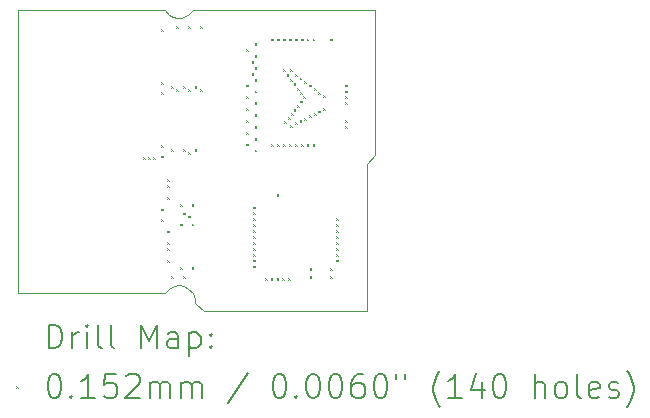
<source format=gbr>
%TF.GenerationSoftware,KiCad,Pcbnew,8.0.5*%
%TF.CreationDate,2025-10-23T09:57:47-05:00*%
%TF.ProjectId,iris-128s,69726973-2d31-4323-9873-2e6b69636164,1*%
%TF.SameCoordinates,Original*%
%TF.FileFunction,Drillmap*%
%TF.FilePolarity,Positive*%
%FSLAX45Y45*%
G04 Gerber Fmt 4.5, Leading zero omitted, Abs format (unit mm)*
G04 Created by KiCad (PCBNEW 8.0.5) date 2025-10-23 09:57:47*
%MOMM*%
%LPD*%
G01*
G04 APERTURE LIST*
%ADD10C,0.050000*%
%ADD11C,0.200000*%
%ADD12C,0.100000*%
G04 APERTURE END LIST*
D10*
X9550000Y-10400000D02*
X9550000Y-8000000D01*
X10990000Y-10360000D02*
X11030000Y-10400000D01*
X11000000Y-8035000D02*
X11030000Y-8000000D01*
X12570000Y-8000000D02*
X12570000Y-9230000D01*
X10790000Y-10400000D02*
X10830000Y-10360000D01*
X10895000Y-8070000D02*
X10930000Y-8070000D01*
X9550000Y-8000000D02*
X10790000Y-8000000D01*
X10830000Y-10360000D02*
X10870000Y-10340000D01*
X10790000Y-10400000D02*
X9550000Y-10400000D01*
X11030000Y-10400000D02*
X11050000Y-10450000D01*
X12100000Y-10550000D02*
X11120000Y-10550000D01*
X10790000Y-8000000D02*
X10825000Y-8040000D01*
X11050000Y-10450000D02*
X11050000Y-10480000D01*
X10950000Y-10340250D02*
X10990000Y-10360000D01*
X10970000Y-8055000D02*
X11000000Y-8035000D01*
X12500000Y-9300000D02*
X12500000Y-10550000D01*
X10910000Y-10330000D02*
X10950000Y-10340250D01*
X10930000Y-8070000D02*
X10970000Y-8055000D01*
X10825000Y-8040000D02*
X10860000Y-8060000D01*
X12570000Y-9230000D02*
X12500000Y-9300000D01*
X11120000Y-10550000D02*
X11050000Y-10480000D01*
X10870000Y-10340000D02*
X10910000Y-10330000D01*
X12500000Y-10550000D02*
X12100000Y-10550000D01*
X10860000Y-8060000D02*
X10895000Y-8070000D01*
X11030000Y-8000000D02*
X12570000Y-8000000D01*
D11*
D12*
X10609580Y-9248140D02*
X10624820Y-9263380D01*
X10624820Y-9248140D02*
X10609580Y-9263380D01*
X10650220Y-9248140D02*
X10665460Y-9263380D01*
X10665460Y-9248140D02*
X10650220Y-9263380D01*
X10690860Y-9248140D02*
X10706100Y-9263380D01*
X10706100Y-9248140D02*
X10690860Y-9263380D01*
X10761980Y-8162290D02*
X10777220Y-8177530D01*
X10777220Y-8162290D02*
X10761980Y-8177530D01*
X10761980Y-8611616D02*
X10777220Y-8626856D01*
X10777220Y-8611616D02*
X10761980Y-8626856D01*
X10762234Y-8696960D02*
X10777474Y-8712200D01*
X10777474Y-8696960D02*
X10762234Y-8712200D01*
X10762234Y-9146286D02*
X10777474Y-9161526D01*
X10777474Y-9146286D02*
X10762234Y-9161526D01*
X10762437Y-9233040D02*
X10777677Y-9248280D01*
X10777677Y-9233040D02*
X10762437Y-9248280D01*
X10762437Y-9682366D02*
X10777677Y-9697606D01*
X10777677Y-9682366D02*
X10762437Y-9697606D01*
X10762437Y-9768040D02*
X10777677Y-9783280D01*
X10777677Y-9768040D02*
X10762437Y-9783280D01*
X10808208Y-9432290D02*
X10823448Y-9447530D01*
X10823448Y-9432290D02*
X10808208Y-9447530D01*
X10808208Y-9482380D02*
X10823448Y-9497620D01*
X10823448Y-9482380D02*
X10808208Y-9497620D01*
X10808208Y-9582380D02*
X10823448Y-9597620D01*
X10823448Y-9582380D02*
X10808208Y-9597620D01*
X10808208Y-9867380D02*
X10823448Y-9882620D01*
X10823448Y-9867380D02*
X10808208Y-9882620D01*
X10808208Y-9967380D02*
X10823448Y-9982620D01*
X10823448Y-9967380D02*
X10808208Y-9982620D01*
X10808208Y-10017380D02*
X10823448Y-10032620D01*
X10823448Y-10017380D02*
X10808208Y-10032620D01*
X10808208Y-10117380D02*
X10823448Y-10132620D01*
X10823448Y-10117380D02*
X10808208Y-10132620D01*
X10844784Y-8644890D02*
X10860024Y-8660130D01*
X10860024Y-8644890D02*
X10844784Y-8660130D01*
X10845038Y-9179560D02*
X10860278Y-9194800D01*
X10860278Y-9179560D02*
X10845038Y-9194800D01*
X10845241Y-10250640D02*
X10860481Y-10265880D01*
X10860481Y-10250640D02*
X10845241Y-10265880D01*
X10887964Y-8134350D02*
X10903204Y-8149590D01*
X10903204Y-8134350D02*
X10887964Y-8149590D01*
X10888218Y-8669020D02*
X10903458Y-8684260D01*
X10903458Y-8669020D02*
X10888218Y-8684260D01*
X10918952Y-9641840D02*
X10934192Y-9657080D01*
X10934192Y-9641840D02*
X10918952Y-9657080D01*
X10918952Y-9808972D02*
X10934192Y-9824212D01*
X10934192Y-9808972D02*
X10918952Y-9824212D01*
X10918952Y-10177018D02*
X10934192Y-10192258D01*
X10934192Y-10177018D02*
X10918952Y-10192258D01*
X10943844Y-8644890D02*
X10959084Y-8660130D01*
X10959084Y-8644890D02*
X10943844Y-8660130D01*
X10944098Y-9179560D02*
X10959338Y-9194800D01*
X10959338Y-9179560D02*
X10944098Y-9194800D01*
X10944301Y-9715640D02*
X10959541Y-9730880D01*
X10959541Y-9715640D02*
X10944301Y-9730880D01*
X10944301Y-10250640D02*
X10959541Y-10265880D01*
X10959541Y-10250640D02*
X10944301Y-10265880D01*
X10987024Y-8134350D02*
X11002264Y-8149590D01*
X11002264Y-8134350D02*
X10987024Y-8149590D01*
X10987278Y-8669020D02*
X11002518Y-8684260D01*
X11002518Y-8669020D02*
X10987278Y-8684260D01*
X10987481Y-9205100D02*
X11002721Y-9220340D01*
X11002721Y-9205100D02*
X10987481Y-9220340D01*
X10987481Y-9740100D02*
X11002721Y-9755340D01*
X11002721Y-9740100D02*
X10987481Y-9755340D01*
X11018012Y-9641840D02*
X11033252Y-9657080D01*
X11033252Y-9641840D02*
X11018012Y-9657080D01*
X11018012Y-9808972D02*
X11033252Y-9824212D01*
X11033252Y-9808972D02*
X11018012Y-9824212D01*
X11018012Y-10177018D02*
X11033252Y-10192258D01*
X11033252Y-10177018D02*
X11018012Y-10192258D01*
X11042904Y-8644890D02*
X11058144Y-8660130D01*
X11058144Y-8644890D02*
X11042904Y-8660130D01*
X11043158Y-9179560D02*
X11058398Y-9194800D01*
X11058398Y-9179560D02*
X11043158Y-9194800D01*
X11088624Y-8134350D02*
X11103864Y-8149590D01*
X11103864Y-8134350D02*
X11088624Y-8149590D01*
X11088624Y-8669020D02*
X11103864Y-8684260D01*
X11103864Y-8669020D02*
X11088624Y-8684260D01*
X11482518Y-8332062D02*
X11497758Y-8347302D01*
X11497758Y-8332062D02*
X11482518Y-8347302D01*
X11482518Y-8632062D02*
X11497758Y-8647302D01*
X11497758Y-8632062D02*
X11482518Y-8647302D01*
X11482518Y-8732062D02*
X11497758Y-8747302D01*
X11497758Y-8732062D02*
X11482518Y-8747302D01*
X11482518Y-8832062D02*
X11497758Y-8847302D01*
X11497758Y-8832062D02*
X11482518Y-8847302D01*
X11482518Y-8932062D02*
X11497758Y-8947302D01*
X11497758Y-8932062D02*
X11482518Y-8947302D01*
X11482518Y-9032062D02*
X11497758Y-9047302D01*
X11497758Y-9032062D02*
X11482518Y-9047302D01*
X11482518Y-9132062D02*
X11497758Y-9147302D01*
X11497758Y-9132062D02*
X11482518Y-9147302D01*
X11527118Y-8432038D02*
X11542358Y-8447278D01*
X11542358Y-8432038D02*
X11527118Y-8447278D01*
X11527118Y-8532038D02*
X11542358Y-8547278D01*
X11542358Y-8532038D02*
X11527118Y-8547278D01*
X11539220Y-9664026D02*
X11554460Y-9679266D01*
X11554460Y-9664026D02*
X11539220Y-9679266D01*
X11539220Y-9714026D02*
X11554460Y-9729266D01*
X11554460Y-9714026D02*
X11539220Y-9729266D01*
X11539220Y-9764026D02*
X11554460Y-9779266D01*
X11554460Y-9764026D02*
X11539220Y-9779266D01*
X11539220Y-9814026D02*
X11554460Y-9829266D01*
X11554460Y-9814026D02*
X11539220Y-9829266D01*
X11539220Y-9864026D02*
X11554460Y-9879266D01*
X11554460Y-9864026D02*
X11539220Y-9879266D01*
X11539220Y-9914026D02*
X11554460Y-9929266D01*
X11554460Y-9914026D02*
X11539220Y-9929266D01*
X11539220Y-9964026D02*
X11554460Y-9979266D01*
X11554460Y-9964026D02*
X11539220Y-9979266D01*
X11539220Y-10014026D02*
X11554460Y-10029266D01*
X11554460Y-10014026D02*
X11539220Y-10029266D01*
X11539220Y-10064026D02*
X11554460Y-10079266D01*
X11554460Y-10064026D02*
X11539220Y-10079266D01*
X11539220Y-10114026D02*
X11554460Y-10129266D01*
X11554460Y-10114026D02*
X11539220Y-10129266D01*
X11539220Y-10163980D02*
X11554460Y-10179220D01*
X11554460Y-10163980D02*
X11539220Y-10179220D01*
X11552518Y-8282062D02*
X11567758Y-8297302D01*
X11567758Y-8282062D02*
X11552518Y-8297302D01*
X11552518Y-8382062D02*
X11567758Y-8397302D01*
X11567758Y-8382062D02*
X11552518Y-8397302D01*
X11552518Y-8482062D02*
X11567758Y-8497302D01*
X11567758Y-8482062D02*
X11552518Y-8497302D01*
X11552518Y-8582062D02*
X11567758Y-8597302D01*
X11567758Y-8582062D02*
X11552518Y-8597302D01*
X11552518Y-8682062D02*
X11567758Y-8697302D01*
X11567758Y-8682062D02*
X11552518Y-8697302D01*
X11552518Y-8782062D02*
X11567758Y-8797302D01*
X11567758Y-8782062D02*
X11552518Y-8797302D01*
X11552518Y-8882062D02*
X11567758Y-8897302D01*
X11567758Y-8882062D02*
X11552518Y-8897302D01*
X11552518Y-8982062D02*
X11567758Y-8997302D01*
X11567758Y-8982062D02*
X11552518Y-8997302D01*
X11552518Y-9082062D02*
X11567758Y-9097302D01*
X11567758Y-9082062D02*
X11552518Y-9097302D01*
X11552518Y-9182062D02*
X11567758Y-9197302D01*
X11567758Y-9182062D02*
X11552518Y-9197302D01*
X11637380Y-10270800D02*
X11652620Y-10286040D01*
X11652620Y-10270800D02*
X11637380Y-10286040D01*
X11687380Y-10270800D02*
X11702620Y-10286040D01*
X11702620Y-10270800D02*
X11687380Y-10286040D01*
X11692518Y-8242062D02*
X11707758Y-8257302D01*
X11707758Y-8242062D02*
X11692518Y-8257302D01*
X11692518Y-9132380D02*
X11707758Y-9147620D01*
X11707758Y-9132380D02*
X11692518Y-9147620D01*
X11737380Y-9557800D02*
X11752620Y-9573040D01*
X11752620Y-9557800D02*
X11737380Y-9573040D01*
X11737380Y-10270800D02*
X11752620Y-10286040D01*
X11752620Y-10270800D02*
X11737380Y-10286040D01*
X11742518Y-8242062D02*
X11757758Y-8257302D01*
X11757758Y-8242062D02*
X11742518Y-8257302D01*
X11742518Y-9132380D02*
X11757758Y-9147620D01*
X11757758Y-9132380D02*
X11742518Y-9147620D01*
X11787380Y-10270800D02*
X11802620Y-10286040D01*
X11802620Y-10270800D02*
X11787380Y-10286040D01*
X11792518Y-8242062D02*
X11807758Y-8257302D01*
X11807758Y-8242062D02*
X11792518Y-8257302D01*
X11792518Y-8502062D02*
X11807758Y-8517302D01*
X11807758Y-8502062D02*
X11792518Y-8517302D01*
X11792518Y-9132380D02*
X11807758Y-9147620D01*
X11807758Y-9132380D02*
X11792518Y-9147620D01*
X11802518Y-8944062D02*
X11817758Y-8959302D01*
X11817758Y-8944062D02*
X11802518Y-8959302D01*
X11822518Y-8542062D02*
X11837758Y-8557302D01*
X11837758Y-8542062D02*
X11822518Y-8557302D01*
X11832518Y-8909062D02*
X11847758Y-8924302D01*
X11847758Y-8909062D02*
X11832518Y-8924302D01*
X11837380Y-10270800D02*
X11852620Y-10286040D01*
X11852620Y-10270800D02*
X11837380Y-10286040D01*
X11842518Y-8242062D02*
X11857758Y-8257302D01*
X11857758Y-8242062D02*
X11842518Y-8257302D01*
X11842518Y-9132380D02*
X11857758Y-9147620D01*
X11857758Y-9132380D02*
X11842518Y-9147620D01*
X11852518Y-8502062D02*
X11867758Y-8517302D01*
X11867758Y-8502062D02*
X11852518Y-8517302D01*
X11852518Y-8582062D02*
X11867758Y-8597302D01*
X11867758Y-8582062D02*
X11852518Y-8597302D01*
X11852518Y-8972062D02*
X11867758Y-8987302D01*
X11867758Y-8972062D02*
X11852518Y-8987302D01*
X11862518Y-8874062D02*
X11877758Y-8889302D01*
X11877758Y-8874062D02*
X11862518Y-8889302D01*
X11882518Y-8622062D02*
X11897758Y-8637302D01*
X11897758Y-8622062D02*
X11882518Y-8637302D01*
X11882518Y-8839062D02*
X11897758Y-8854302D01*
X11897758Y-8839062D02*
X11882518Y-8854302D01*
X11892518Y-8242062D02*
X11907758Y-8257302D01*
X11907758Y-8242062D02*
X11892518Y-8257302D01*
X11892518Y-8542062D02*
X11907758Y-8557302D01*
X11907758Y-8542062D02*
X11892518Y-8557302D01*
X11892518Y-8952062D02*
X11907758Y-8967302D01*
X11907758Y-8952062D02*
X11892518Y-8967302D01*
X11892518Y-9132380D02*
X11907758Y-9147620D01*
X11907758Y-9132380D02*
X11892518Y-9147620D01*
X11912518Y-8662062D02*
X11927758Y-8677302D01*
X11927758Y-8662062D02*
X11912518Y-8677302D01*
X11912518Y-8802062D02*
X11927758Y-8817302D01*
X11927758Y-8802062D02*
X11912518Y-8817302D01*
X11932518Y-8572062D02*
X11947758Y-8587302D01*
X11947758Y-8572062D02*
X11932518Y-8587302D01*
X11932518Y-8932062D02*
X11947758Y-8947302D01*
X11947758Y-8932062D02*
X11932518Y-8947302D01*
X11937518Y-8697062D02*
X11952758Y-8712302D01*
X11952758Y-8697062D02*
X11937518Y-8712302D01*
X11937518Y-8767062D02*
X11952758Y-8782302D01*
X11952758Y-8767062D02*
X11937518Y-8782302D01*
X11942518Y-8242062D02*
X11957758Y-8257302D01*
X11957758Y-8242062D02*
X11942518Y-8257302D01*
X11942518Y-9132380D02*
X11957758Y-9147620D01*
X11957758Y-9132380D02*
X11942518Y-9147620D01*
X11962518Y-8732062D02*
X11977758Y-8747302D01*
X11977758Y-8732062D02*
X11962518Y-8747302D01*
X11972518Y-8602062D02*
X11987758Y-8617302D01*
X11987758Y-8602062D02*
X11972518Y-8617302D01*
X11972518Y-8912062D02*
X11987758Y-8927302D01*
X11987758Y-8912062D02*
X11972518Y-8927302D01*
X11992518Y-8242062D02*
X12007758Y-8257302D01*
X12007758Y-8242062D02*
X11992518Y-8257302D01*
X11992518Y-9132380D02*
X12007758Y-9147620D01*
X12007758Y-9132380D02*
X11992518Y-9147620D01*
X12012518Y-8632062D02*
X12027758Y-8647302D01*
X12027758Y-8632062D02*
X12012518Y-8647302D01*
X12012518Y-8892062D02*
X12027758Y-8907302D01*
X12027758Y-8892062D02*
X12012518Y-8907302D01*
X12017462Y-10188536D02*
X12032702Y-10203776D01*
X12032702Y-10188536D02*
X12017462Y-10203776D01*
X12017462Y-10252036D02*
X12032702Y-10267276D01*
X12032702Y-10252036D02*
X12017462Y-10267276D01*
X12042518Y-8242062D02*
X12057758Y-8257302D01*
X12057758Y-8242062D02*
X12042518Y-8257302D01*
X12042518Y-9132380D02*
X12057758Y-9147620D01*
X12057758Y-9132380D02*
X12042518Y-9147620D01*
X12052518Y-8662062D02*
X12067758Y-8677302D01*
X12067758Y-8662062D02*
X12052518Y-8677302D01*
X12052518Y-8872062D02*
X12067758Y-8887302D01*
X12067758Y-8872062D02*
X12052518Y-8887302D01*
X12092518Y-8692062D02*
X12107758Y-8707302D01*
X12107758Y-8692062D02*
X12092518Y-8707302D01*
X12092518Y-8852062D02*
X12107758Y-8867302D01*
X12107758Y-8852062D02*
X12092518Y-8867302D01*
X12132518Y-8722062D02*
X12147758Y-8737302D01*
X12147758Y-8722062D02*
X12132518Y-8737302D01*
X12132518Y-8832062D02*
X12147758Y-8847302D01*
X12147758Y-8832062D02*
X12132518Y-8847302D01*
X12187642Y-10188536D02*
X12202882Y-10203776D01*
X12202882Y-10188536D02*
X12187642Y-10203776D01*
X12187642Y-10252036D02*
X12202882Y-10267276D01*
X12202882Y-10252036D02*
X12187642Y-10267276D01*
X12192380Y-8242062D02*
X12207620Y-8257302D01*
X12207620Y-8242062D02*
X12192380Y-8257302D01*
X12239882Y-10064044D02*
X12255122Y-10079284D01*
X12255122Y-10064044D02*
X12239882Y-10079284D01*
X12239882Y-10114044D02*
X12255122Y-10129284D01*
X12255122Y-10114044D02*
X12239882Y-10129284D01*
X12240072Y-9813980D02*
X12255312Y-9829220D01*
X12255312Y-9813980D02*
X12240072Y-9829220D01*
X12240072Y-9863980D02*
X12255312Y-9879220D01*
X12255312Y-9863980D02*
X12240072Y-9879220D01*
X12240072Y-9913980D02*
X12255312Y-9929220D01*
X12255312Y-9913980D02*
X12240072Y-9929220D01*
X12240072Y-9963980D02*
X12255312Y-9979220D01*
X12255312Y-9963980D02*
X12240072Y-9979220D01*
X12240072Y-10013980D02*
X12255312Y-10029220D01*
X12255312Y-10013980D02*
X12240072Y-10029220D01*
X12240260Y-9764044D02*
X12255500Y-9779284D01*
X12255500Y-9764044D02*
X12240260Y-9779284D01*
X12318829Y-8981504D02*
X12334069Y-8996744D01*
X12334069Y-8981504D02*
X12318829Y-8996744D01*
X12319000Y-8632444D02*
X12334240Y-8647684D01*
X12334240Y-8632444D02*
X12319000Y-8647684D01*
X12319000Y-8682444D02*
X12334240Y-8697684D01*
X12334240Y-8682444D02*
X12319000Y-8697684D01*
X12319000Y-8732330D02*
X12334240Y-8747570D01*
X12334240Y-8732330D02*
X12319000Y-8747570D01*
X12319000Y-8782444D02*
X12334240Y-8797684D01*
X12334240Y-8782444D02*
X12319000Y-8797684D01*
X12319000Y-8932444D02*
X12334240Y-8947684D01*
X12334240Y-8932444D02*
X12319000Y-8947684D01*
D11*
X9808277Y-10863984D02*
X9808277Y-10663984D01*
X9808277Y-10663984D02*
X9855896Y-10663984D01*
X9855896Y-10663984D02*
X9884467Y-10673508D01*
X9884467Y-10673508D02*
X9903515Y-10692555D01*
X9903515Y-10692555D02*
X9913039Y-10711603D01*
X9913039Y-10711603D02*
X9922563Y-10749698D01*
X9922563Y-10749698D02*
X9922563Y-10778270D01*
X9922563Y-10778270D02*
X9913039Y-10816365D01*
X9913039Y-10816365D02*
X9903515Y-10835412D01*
X9903515Y-10835412D02*
X9884467Y-10854460D01*
X9884467Y-10854460D02*
X9855896Y-10863984D01*
X9855896Y-10863984D02*
X9808277Y-10863984D01*
X10008277Y-10863984D02*
X10008277Y-10730650D01*
X10008277Y-10768746D02*
X10017801Y-10749698D01*
X10017801Y-10749698D02*
X10027324Y-10740174D01*
X10027324Y-10740174D02*
X10046372Y-10730650D01*
X10046372Y-10730650D02*
X10065420Y-10730650D01*
X10132086Y-10863984D02*
X10132086Y-10730650D01*
X10132086Y-10663984D02*
X10122563Y-10673508D01*
X10122563Y-10673508D02*
X10132086Y-10683031D01*
X10132086Y-10683031D02*
X10141610Y-10673508D01*
X10141610Y-10673508D02*
X10132086Y-10663984D01*
X10132086Y-10663984D02*
X10132086Y-10683031D01*
X10255896Y-10863984D02*
X10236848Y-10854460D01*
X10236848Y-10854460D02*
X10227324Y-10835412D01*
X10227324Y-10835412D02*
X10227324Y-10663984D01*
X10360658Y-10863984D02*
X10341610Y-10854460D01*
X10341610Y-10854460D02*
X10332086Y-10835412D01*
X10332086Y-10835412D02*
X10332086Y-10663984D01*
X10589229Y-10863984D02*
X10589229Y-10663984D01*
X10589229Y-10663984D02*
X10655896Y-10806841D01*
X10655896Y-10806841D02*
X10722563Y-10663984D01*
X10722563Y-10663984D02*
X10722563Y-10863984D01*
X10903515Y-10863984D02*
X10903515Y-10759222D01*
X10903515Y-10759222D02*
X10893991Y-10740174D01*
X10893991Y-10740174D02*
X10874944Y-10730650D01*
X10874944Y-10730650D02*
X10836848Y-10730650D01*
X10836848Y-10730650D02*
X10817801Y-10740174D01*
X10903515Y-10854460D02*
X10884467Y-10863984D01*
X10884467Y-10863984D02*
X10836848Y-10863984D01*
X10836848Y-10863984D02*
X10817801Y-10854460D01*
X10817801Y-10854460D02*
X10808277Y-10835412D01*
X10808277Y-10835412D02*
X10808277Y-10816365D01*
X10808277Y-10816365D02*
X10817801Y-10797317D01*
X10817801Y-10797317D02*
X10836848Y-10787793D01*
X10836848Y-10787793D02*
X10884467Y-10787793D01*
X10884467Y-10787793D02*
X10903515Y-10778270D01*
X10998753Y-10730650D02*
X10998753Y-10930650D01*
X10998753Y-10740174D02*
X11017801Y-10730650D01*
X11017801Y-10730650D02*
X11055896Y-10730650D01*
X11055896Y-10730650D02*
X11074944Y-10740174D01*
X11074944Y-10740174D02*
X11084467Y-10749698D01*
X11084467Y-10749698D02*
X11093991Y-10768746D01*
X11093991Y-10768746D02*
X11093991Y-10825889D01*
X11093991Y-10825889D02*
X11084467Y-10844936D01*
X11084467Y-10844936D02*
X11074944Y-10854460D01*
X11074944Y-10854460D02*
X11055896Y-10863984D01*
X11055896Y-10863984D02*
X11017801Y-10863984D01*
X11017801Y-10863984D02*
X10998753Y-10854460D01*
X11179705Y-10844936D02*
X11189229Y-10854460D01*
X11189229Y-10854460D02*
X11179705Y-10863984D01*
X11179705Y-10863984D02*
X11170182Y-10854460D01*
X11170182Y-10854460D02*
X11179705Y-10844936D01*
X11179705Y-10844936D02*
X11179705Y-10863984D01*
X11179705Y-10740174D02*
X11189229Y-10749698D01*
X11189229Y-10749698D02*
X11179705Y-10759222D01*
X11179705Y-10759222D02*
X11170182Y-10749698D01*
X11170182Y-10749698D02*
X11179705Y-10740174D01*
X11179705Y-10740174D02*
X11179705Y-10759222D01*
D12*
X9532260Y-11184880D02*
X9547500Y-11200120D01*
X9547500Y-11184880D02*
X9532260Y-11200120D01*
D11*
X9846372Y-11083984D02*
X9865420Y-11083984D01*
X9865420Y-11083984D02*
X9884467Y-11093508D01*
X9884467Y-11093508D02*
X9893991Y-11103031D01*
X9893991Y-11103031D02*
X9903515Y-11122079D01*
X9903515Y-11122079D02*
X9913039Y-11160174D01*
X9913039Y-11160174D02*
X9913039Y-11207793D01*
X9913039Y-11207793D02*
X9903515Y-11245888D01*
X9903515Y-11245888D02*
X9893991Y-11264936D01*
X9893991Y-11264936D02*
X9884467Y-11274460D01*
X9884467Y-11274460D02*
X9865420Y-11283984D01*
X9865420Y-11283984D02*
X9846372Y-11283984D01*
X9846372Y-11283984D02*
X9827324Y-11274460D01*
X9827324Y-11274460D02*
X9817801Y-11264936D01*
X9817801Y-11264936D02*
X9808277Y-11245888D01*
X9808277Y-11245888D02*
X9798753Y-11207793D01*
X9798753Y-11207793D02*
X9798753Y-11160174D01*
X9798753Y-11160174D02*
X9808277Y-11122079D01*
X9808277Y-11122079D02*
X9817801Y-11103031D01*
X9817801Y-11103031D02*
X9827324Y-11093508D01*
X9827324Y-11093508D02*
X9846372Y-11083984D01*
X9998753Y-11264936D02*
X10008277Y-11274460D01*
X10008277Y-11274460D02*
X9998753Y-11283984D01*
X9998753Y-11283984D02*
X9989229Y-11274460D01*
X9989229Y-11274460D02*
X9998753Y-11264936D01*
X9998753Y-11264936D02*
X9998753Y-11283984D01*
X10198753Y-11283984D02*
X10084467Y-11283984D01*
X10141610Y-11283984D02*
X10141610Y-11083984D01*
X10141610Y-11083984D02*
X10122563Y-11112555D01*
X10122563Y-11112555D02*
X10103515Y-11131603D01*
X10103515Y-11131603D02*
X10084467Y-11141127D01*
X10379705Y-11083984D02*
X10284467Y-11083984D01*
X10284467Y-11083984D02*
X10274944Y-11179222D01*
X10274944Y-11179222D02*
X10284467Y-11169698D01*
X10284467Y-11169698D02*
X10303515Y-11160174D01*
X10303515Y-11160174D02*
X10351134Y-11160174D01*
X10351134Y-11160174D02*
X10370182Y-11169698D01*
X10370182Y-11169698D02*
X10379705Y-11179222D01*
X10379705Y-11179222D02*
X10389229Y-11198269D01*
X10389229Y-11198269D02*
X10389229Y-11245888D01*
X10389229Y-11245888D02*
X10379705Y-11264936D01*
X10379705Y-11264936D02*
X10370182Y-11274460D01*
X10370182Y-11274460D02*
X10351134Y-11283984D01*
X10351134Y-11283984D02*
X10303515Y-11283984D01*
X10303515Y-11283984D02*
X10284467Y-11274460D01*
X10284467Y-11274460D02*
X10274944Y-11264936D01*
X10465420Y-11103031D02*
X10474944Y-11093508D01*
X10474944Y-11093508D02*
X10493991Y-11083984D01*
X10493991Y-11083984D02*
X10541610Y-11083984D01*
X10541610Y-11083984D02*
X10560658Y-11093508D01*
X10560658Y-11093508D02*
X10570182Y-11103031D01*
X10570182Y-11103031D02*
X10579705Y-11122079D01*
X10579705Y-11122079D02*
X10579705Y-11141127D01*
X10579705Y-11141127D02*
X10570182Y-11169698D01*
X10570182Y-11169698D02*
X10455896Y-11283984D01*
X10455896Y-11283984D02*
X10579705Y-11283984D01*
X10665420Y-11283984D02*
X10665420Y-11150650D01*
X10665420Y-11169698D02*
X10674944Y-11160174D01*
X10674944Y-11160174D02*
X10693991Y-11150650D01*
X10693991Y-11150650D02*
X10722563Y-11150650D01*
X10722563Y-11150650D02*
X10741610Y-11160174D01*
X10741610Y-11160174D02*
X10751134Y-11179222D01*
X10751134Y-11179222D02*
X10751134Y-11283984D01*
X10751134Y-11179222D02*
X10760658Y-11160174D01*
X10760658Y-11160174D02*
X10779705Y-11150650D01*
X10779705Y-11150650D02*
X10808277Y-11150650D01*
X10808277Y-11150650D02*
X10827325Y-11160174D01*
X10827325Y-11160174D02*
X10836848Y-11179222D01*
X10836848Y-11179222D02*
X10836848Y-11283984D01*
X10932086Y-11283984D02*
X10932086Y-11150650D01*
X10932086Y-11169698D02*
X10941610Y-11160174D01*
X10941610Y-11160174D02*
X10960658Y-11150650D01*
X10960658Y-11150650D02*
X10989229Y-11150650D01*
X10989229Y-11150650D02*
X11008277Y-11160174D01*
X11008277Y-11160174D02*
X11017801Y-11179222D01*
X11017801Y-11179222D02*
X11017801Y-11283984D01*
X11017801Y-11179222D02*
X11027325Y-11160174D01*
X11027325Y-11160174D02*
X11046372Y-11150650D01*
X11046372Y-11150650D02*
X11074944Y-11150650D01*
X11074944Y-11150650D02*
X11093991Y-11160174D01*
X11093991Y-11160174D02*
X11103515Y-11179222D01*
X11103515Y-11179222D02*
X11103515Y-11283984D01*
X11493991Y-11074460D02*
X11322563Y-11331603D01*
X11751134Y-11083984D02*
X11770182Y-11083984D01*
X11770182Y-11083984D02*
X11789229Y-11093508D01*
X11789229Y-11093508D02*
X11798753Y-11103031D01*
X11798753Y-11103031D02*
X11808277Y-11122079D01*
X11808277Y-11122079D02*
X11817801Y-11160174D01*
X11817801Y-11160174D02*
X11817801Y-11207793D01*
X11817801Y-11207793D02*
X11808277Y-11245888D01*
X11808277Y-11245888D02*
X11798753Y-11264936D01*
X11798753Y-11264936D02*
X11789229Y-11274460D01*
X11789229Y-11274460D02*
X11770182Y-11283984D01*
X11770182Y-11283984D02*
X11751134Y-11283984D01*
X11751134Y-11283984D02*
X11732086Y-11274460D01*
X11732086Y-11274460D02*
X11722563Y-11264936D01*
X11722563Y-11264936D02*
X11713039Y-11245888D01*
X11713039Y-11245888D02*
X11703515Y-11207793D01*
X11703515Y-11207793D02*
X11703515Y-11160174D01*
X11703515Y-11160174D02*
X11713039Y-11122079D01*
X11713039Y-11122079D02*
X11722563Y-11103031D01*
X11722563Y-11103031D02*
X11732086Y-11093508D01*
X11732086Y-11093508D02*
X11751134Y-11083984D01*
X11903515Y-11264936D02*
X11913039Y-11274460D01*
X11913039Y-11274460D02*
X11903515Y-11283984D01*
X11903515Y-11283984D02*
X11893991Y-11274460D01*
X11893991Y-11274460D02*
X11903515Y-11264936D01*
X11903515Y-11264936D02*
X11903515Y-11283984D01*
X12036848Y-11083984D02*
X12055896Y-11083984D01*
X12055896Y-11083984D02*
X12074944Y-11093508D01*
X12074944Y-11093508D02*
X12084467Y-11103031D01*
X12084467Y-11103031D02*
X12093991Y-11122079D01*
X12093991Y-11122079D02*
X12103515Y-11160174D01*
X12103515Y-11160174D02*
X12103515Y-11207793D01*
X12103515Y-11207793D02*
X12093991Y-11245888D01*
X12093991Y-11245888D02*
X12084467Y-11264936D01*
X12084467Y-11264936D02*
X12074944Y-11274460D01*
X12074944Y-11274460D02*
X12055896Y-11283984D01*
X12055896Y-11283984D02*
X12036848Y-11283984D01*
X12036848Y-11283984D02*
X12017801Y-11274460D01*
X12017801Y-11274460D02*
X12008277Y-11264936D01*
X12008277Y-11264936D02*
X11998753Y-11245888D01*
X11998753Y-11245888D02*
X11989229Y-11207793D01*
X11989229Y-11207793D02*
X11989229Y-11160174D01*
X11989229Y-11160174D02*
X11998753Y-11122079D01*
X11998753Y-11122079D02*
X12008277Y-11103031D01*
X12008277Y-11103031D02*
X12017801Y-11093508D01*
X12017801Y-11093508D02*
X12036848Y-11083984D01*
X12227325Y-11083984D02*
X12246372Y-11083984D01*
X12246372Y-11083984D02*
X12265420Y-11093508D01*
X12265420Y-11093508D02*
X12274944Y-11103031D01*
X12274944Y-11103031D02*
X12284467Y-11122079D01*
X12284467Y-11122079D02*
X12293991Y-11160174D01*
X12293991Y-11160174D02*
X12293991Y-11207793D01*
X12293991Y-11207793D02*
X12284467Y-11245888D01*
X12284467Y-11245888D02*
X12274944Y-11264936D01*
X12274944Y-11264936D02*
X12265420Y-11274460D01*
X12265420Y-11274460D02*
X12246372Y-11283984D01*
X12246372Y-11283984D02*
X12227325Y-11283984D01*
X12227325Y-11283984D02*
X12208277Y-11274460D01*
X12208277Y-11274460D02*
X12198753Y-11264936D01*
X12198753Y-11264936D02*
X12189229Y-11245888D01*
X12189229Y-11245888D02*
X12179706Y-11207793D01*
X12179706Y-11207793D02*
X12179706Y-11160174D01*
X12179706Y-11160174D02*
X12189229Y-11122079D01*
X12189229Y-11122079D02*
X12198753Y-11103031D01*
X12198753Y-11103031D02*
X12208277Y-11093508D01*
X12208277Y-11093508D02*
X12227325Y-11083984D01*
X12465420Y-11083984D02*
X12427325Y-11083984D01*
X12427325Y-11083984D02*
X12408277Y-11093508D01*
X12408277Y-11093508D02*
X12398753Y-11103031D01*
X12398753Y-11103031D02*
X12379706Y-11131603D01*
X12379706Y-11131603D02*
X12370182Y-11169698D01*
X12370182Y-11169698D02*
X12370182Y-11245888D01*
X12370182Y-11245888D02*
X12379706Y-11264936D01*
X12379706Y-11264936D02*
X12389229Y-11274460D01*
X12389229Y-11274460D02*
X12408277Y-11283984D01*
X12408277Y-11283984D02*
X12446372Y-11283984D01*
X12446372Y-11283984D02*
X12465420Y-11274460D01*
X12465420Y-11274460D02*
X12474944Y-11264936D01*
X12474944Y-11264936D02*
X12484467Y-11245888D01*
X12484467Y-11245888D02*
X12484467Y-11198269D01*
X12484467Y-11198269D02*
X12474944Y-11179222D01*
X12474944Y-11179222D02*
X12465420Y-11169698D01*
X12465420Y-11169698D02*
X12446372Y-11160174D01*
X12446372Y-11160174D02*
X12408277Y-11160174D01*
X12408277Y-11160174D02*
X12389229Y-11169698D01*
X12389229Y-11169698D02*
X12379706Y-11179222D01*
X12379706Y-11179222D02*
X12370182Y-11198269D01*
X12608277Y-11083984D02*
X12627325Y-11083984D01*
X12627325Y-11083984D02*
X12646372Y-11093508D01*
X12646372Y-11093508D02*
X12655896Y-11103031D01*
X12655896Y-11103031D02*
X12665420Y-11122079D01*
X12665420Y-11122079D02*
X12674944Y-11160174D01*
X12674944Y-11160174D02*
X12674944Y-11207793D01*
X12674944Y-11207793D02*
X12665420Y-11245888D01*
X12665420Y-11245888D02*
X12655896Y-11264936D01*
X12655896Y-11264936D02*
X12646372Y-11274460D01*
X12646372Y-11274460D02*
X12627325Y-11283984D01*
X12627325Y-11283984D02*
X12608277Y-11283984D01*
X12608277Y-11283984D02*
X12589229Y-11274460D01*
X12589229Y-11274460D02*
X12579706Y-11264936D01*
X12579706Y-11264936D02*
X12570182Y-11245888D01*
X12570182Y-11245888D02*
X12560658Y-11207793D01*
X12560658Y-11207793D02*
X12560658Y-11160174D01*
X12560658Y-11160174D02*
X12570182Y-11122079D01*
X12570182Y-11122079D02*
X12579706Y-11103031D01*
X12579706Y-11103031D02*
X12589229Y-11093508D01*
X12589229Y-11093508D02*
X12608277Y-11083984D01*
X12751134Y-11083984D02*
X12751134Y-11122079D01*
X12827325Y-11083984D02*
X12827325Y-11122079D01*
X13122563Y-11360174D02*
X13113039Y-11350650D01*
X13113039Y-11350650D02*
X13093991Y-11322079D01*
X13093991Y-11322079D02*
X13084468Y-11303031D01*
X13084468Y-11303031D02*
X13074944Y-11274460D01*
X13074944Y-11274460D02*
X13065420Y-11226841D01*
X13065420Y-11226841D02*
X13065420Y-11188746D01*
X13065420Y-11188746D02*
X13074944Y-11141127D01*
X13074944Y-11141127D02*
X13084468Y-11112555D01*
X13084468Y-11112555D02*
X13093991Y-11093508D01*
X13093991Y-11093508D02*
X13113039Y-11064936D01*
X13113039Y-11064936D02*
X13122563Y-11055412D01*
X13303515Y-11283984D02*
X13189229Y-11283984D01*
X13246372Y-11283984D02*
X13246372Y-11083984D01*
X13246372Y-11083984D02*
X13227325Y-11112555D01*
X13227325Y-11112555D02*
X13208277Y-11131603D01*
X13208277Y-11131603D02*
X13189229Y-11141127D01*
X13474944Y-11150650D02*
X13474944Y-11283984D01*
X13427325Y-11074460D02*
X13379706Y-11217317D01*
X13379706Y-11217317D02*
X13503515Y-11217317D01*
X13617801Y-11083984D02*
X13636849Y-11083984D01*
X13636849Y-11083984D02*
X13655896Y-11093508D01*
X13655896Y-11093508D02*
X13665420Y-11103031D01*
X13665420Y-11103031D02*
X13674944Y-11122079D01*
X13674944Y-11122079D02*
X13684468Y-11160174D01*
X13684468Y-11160174D02*
X13684468Y-11207793D01*
X13684468Y-11207793D02*
X13674944Y-11245888D01*
X13674944Y-11245888D02*
X13665420Y-11264936D01*
X13665420Y-11264936D02*
X13655896Y-11274460D01*
X13655896Y-11274460D02*
X13636849Y-11283984D01*
X13636849Y-11283984D02*
X13617801Y-11283984D01*
X13617801Y-11283984D02*
X13598753Y-11274460D01*
X13598753Y-11274460D02*
X13589229Y-11264936D01*
X13589229Y-11264936D02*
X13579706Y-11245888D01*
X13579706Y-11245888D02*
X13570182Y-11207793D01*
X13570182Y-11207793D02*
X13570182Y-11160174D01*
X13570182Y-11160174D02*
X13579706Y-11122079D01*
X13579706Y-11122079D02*
X13589229Y-11103031D01*
X13589229Y-11103031D02*
X13598753Y-11093508D01*
X13598753Y-11093508D02*
X13617801Y-11083984D01*
X13922563Y-11283984D02*
X13922563Y-11083984D01*
X14008277Y-11283984D02*
X14008277Y-11179222D01*
X14008277Y-11179222D02*
X13998753Y-11160174D01*
X13998753Y-11160174D02*
X13979706Y-11150650D01*
X13979706Y-11150650D02*
X13951134Y-11150650D01*
X13951134Y-11150650D02*
X13932087Y-11160174D01*
X13932087Y-11160174D02*
X13922563Y-11169698D01*
X14132087Y-11283984D02*
X14113039Y-11274460D01*
X14113039Y-11274460D02*
X14103515Y-11264936D01*
X14103515Y-11264936D02*
X14093991Y-11245888D01*
X14093991Y-11245888D02*
X14093991Y-11188746D01*
X14093991Y-11188746D02*
X14103515Y-11169698D01*
X14103515Y-11169698D02*
X14113039Y-11160174D01*
X14113039Y-11160174D02*
X14132087Y-11150650D01*
X14132087Y-11150650D02*
X14160658Y-11150650D01*
X14160658Y-11150650D02*
X14179706Y-11160174D01*
X14179706Y-11160174D02*
X14189230Y-11169698D01*
X14189230Y-11169698D02*
X14198753Y-11188746D01*
X14198753Y-11188746D02*
X14198753Y-11245888D01*
X14198753Y-11245888D02*
X14189230Y-11264936D01*
X14189230Y-11264936D02*
X14179706Y-11274460D01*
X14179706Y-11274460D02*
X14160658Y-11283984D01*
X14160658Y-11283984D02*
X14132087Y-11283984D01*
X14313039Y-11283984D02*
X14293991Y-11274460D01*
X14293991Y-11274460D02*
X14284468Y-11255412D01*
X14284468Y-11255412D02*
X14284468Y-11083984D01*
X14465420Y-11274460D02*
X14446372Y-11283984D01*
X14446372Y-11283984D02*
X14408277Y-11283984D01*
X14408277Y-11283984D02*
X14389230Y-11274460D01*
X14389230Y-11274460D02*
X14379706Y-11255412D01*
X14379706Y-11255412D02*
X14379706Y-11179222D01*
X14379706Y-11179222D02*
X14389230Y-11160174D01*
X14389230Y-11160174D02*
X14408277Y-11150650D01*
X14408277Y-11150650D02*
X14446372Y-11150650D01*
X14446372Y-11150650D02*
X14465420Y-11160174D01*
X14465420Y-11160174D02*
X14474944Y-11179222D01*
X14474944Y-11179222D02*
X14474944Y-11198269D01*
X14474944Y-11198269D02*
X14379706Y-11217317D01*
X14551134Y-11274460D02*
X14570182Y-11283984D01*
X14570182Y-11283984D02*
X14608277Y-11283984D01*
X14608277Y-11283984D02*
X14627325Y-11274460D01*
X14627325Y-11274460D02*
X14636849Y-11255412D01*
X14636849Y-11255412D02*
X14636849Y-11245888D01*
X14636849Y-11245888D02*
X14627325Y-11226841D01*
X14627325Y-11226841D02*
X14608277Y-11217317D01*
X14608277Y-11217317D02*
X14579706Y-11217317D01*
X14579706Y-11217317D02*
X14560658Y-11207793D01*
X14560658Y-11207793D02*
X14551134Y-11188746D01*
X14551134Y-11188746D02*
X14551134Y-11179222D01*
X14551134Y-11179222D02*
X14560658Y-11160174D01*
X14560658Y-11160174D02*
X14579706Y-11150650D01*
X14579706Y-11150650D02*
X14608277Y-11150650D01*
X14608277Y-11150650D02*
X14627325Y-11160174D01*
X14703515Y-11360174D02*
X14713039Y-11350650D01*
X14713039Y-11350650D02*
X14732087Y-11322079D01*
X14732087Y-11322079D02*
X14741611Y-11303031D01*
X14741611Y-11303031D02*
X14751134Y-11274460D01*
X14751134Y-11274460D02*
X14760658Y-11226841D01*
X14760658Y-11226841D02*
X14760658Y-11188746D01*
X14760658Y-11188746D02*
X14751134Y-11141127D01*
X14751134Y-11141127D02*
X14741611Y-11112555D01*
X14741611Y-11112555D02*
X14732087Y-11093508D01*
X14732087Y-11093508D02*
X14713039Y-11064936D01*
X14713039Y-11064936D02*
X14703515Y-11055412D01*
M02*

</source>
